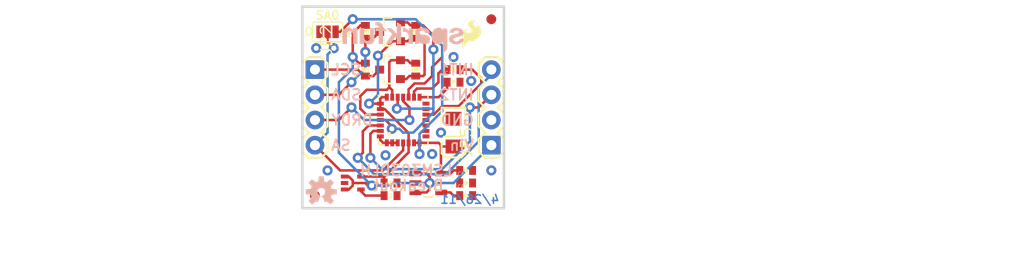
<source format=kicad_pcb>
(kicad_pcb (version 20211014) (generator pcbnew)
  (layers (0 "F.Cu" signal) (31 "B.Cu" signal) (34 "B.Paste" user) (35 "F.Paste" user) (36 "B.SilkS" user "B.Silkscreen") (37 "F.SilkS" user "F.Silkscreen") (38 "B.Mask" user) (39 "F.Mask" user) (44 "Edge.Cuts" user))
  (net 0 "")
  (net 1 "3.3V")
  (net 2 "1.8V")
  (net 3 "GND")
  (net 4 "N$10")
  (net 5 "N$11")
  (net 6 "N$12")
  (net 7 "SCL_M")
  (net 8 "SDA_M")
  (net 9 "INT2")
  (net 10 "INT1")
  (net 11 "N$6")
  (net 12 "N$7")
  (net 13 "DRDY")
  (net 14 "SA0")
  (net 15 "VCC")
  (net 16 "SCL")
  (net 17 "SDA")
  (footprint "boardEagle:SOT23-3" (layer "F.Cu") (at 147.2311 97.3836 90)
    (fp_text reference "Q2" (at -0.8255 -1.778 90) (layer "F.SilkS") (effects (font (size 0.373888 0.373888) (thickness 0.032512)) (justify left bottom)))
    (fp_text value "MOSFET-N-CH")
    (pad "1" smd rect (at -0.95 1 90) (size 0.8 0.9) (layers "F.Cu" "F.Paste" "F.Mask") (net 2 "1.8V"))
    (pad "2" smd rect (at 0.95 1 90) (size 0.8 0.9) (layers "F.Cu" "F.Paste" "F.Mask") (net 8 "SDA_M"))
    (pad "3" smd rect (at 0 -1.1 90) (size 0.8 0.9) (layers "F.Cu" "F.Paste" "F.Mask") (net 17 "SDA"))
  )
  (footprint "boardEagle:0402-CAP" (layer "F.Cu") (at 154.8511 111.3536)
    (fp_text reference "C2" (at -0.889 -0.6985) (layer "F.SilkS") (effects (font (size 0.373888 0.373888) (thickness 0.032512)) (justify left bottom)))
    (fp_text value "0.1uF")
    (pad "1" smd rect (at -0.65 0) (size 0.7 0.9) (layers "F.Cu" "F.Paste" "F.Mask") (net 1 "3.3V"))
    (pad "2" smd rect (at 0.65 0) (size 0.7 0.9) (layers "F.Cu" "F.Paste" "F.Mask") (net 3 "GND"))
  )
  (footprint "boardEagle:EIA3216" (layer "F.Cu") (at 153.5811 107.5436 -90)
    (fp_text reference "C1" (at -2.54 -1.381 -90) (layer "F.SilkS") (effects (font (size 0.373888 0.373888) (thickness 0.032512)) (justify left bottom)))
    (fp_text value "10uF")
    (pad "A" smd rect (at 1.4 0) (size 1.6 1.4) (layers "F.Cu" "F.Paste" "F.Mask") (net 1 "3.3V"))
    (pad "C" smd rect (at -1.4 0) (size 1.6 1.4) (layers "F.Cu" "F.Paste" "F.Mask") (net 3 "GND"))
  )
  (footprint "boardEagle:0402-RES" (layer "F.Cu") (at 144.6911 97.3836 90)
    (fp_text reference "R4" (at -0.889 -0.6985 90) (layer "F.SilkS") (effects (font (size 0.373888 0.373888) (thickness 0.032512)) (justify left bottom)))
    (fp_text value "4.7k")
    (pad "1" smd rect (at -0.65 0 90) (size 0.7 0.9) (layers "F.Cu" "F.Paste" "F.Mask") (net 17 "SDA"))
    (pad "2" smd rect (at 0.65 0 90) (size 0.7 0.9) (layers "F.Cu" "F.Paste" "F.Mask") (net 15 "VCC"))
  )
  (footprint "boardEagle:SOT23-5" (layer "F.Cu") (at 151.0411 112.6236 -90)
    (fp_text reference "U3" (at -0.889 -2.159 -90) (layer "F.SilkS") (effects (font (size 0.373888 0.373888) (thickness 0.032512)) (justify left bottom)))
    (fp_text value "3.3V")
    (pad "1" smd rect (at -0.95 1.3001 270) (size 0.55 1.2) (layers "F.Cu" "F.Paste" "F.Mask") (net 15 "VCC"))
    (pad "2" smd rect (at 0 1.3001 270) (size 0.55 1.2) (layers "F.Cu" "F.Paste" "F.Mask") (net 3 "GND"))
    (pad "3" smd rect (at 0.95 1.3001 270) (size 0.55 1.2) (layers "F.Cu" "F.Paste" "F.Mask") (net 15 "VCC"))
    (pad "4" smd rect (at 0.95 -1.3001 270) (size 0.55 1.2) (layers "F.Cu" "F.Paste" "F.Mask") (net 12 "N$7"))
    (pad "5" smd rect (at -0.95 -1.3001 270) (size 0.55 1.2) (layers "F.Cu" "F.Paste" "F.Mask") (net 1 "3.3V"))
  )
  (footprint "boardEagle:FIDUCIAL-1X2" (layer "F.Cu") (at 139.6111 113.8936)
    (fp_text reference "JP3" hide)
    (fp_text value "FIDUCIAL1X2" hide)
    (pad "1" smd roundrect (at 0 0) (size 1 1) (layers "F.Cu" "F.Mask") (roundrect_rratio 0.5))
  )
  (footprint "boardEagle:0402-CAP" (layer "F.Cu") (at 153.5811 102.4636)
    (fp_text reference "C4" (at -0.889 -0.6985) (layer "F.SilkS") (effects (font (size 0.373888 0.373888) (thickness 0.032512)) (justify left bottom)))
    (fp_text value "4.7uF")
    (pad "1" smd rect (at -0.65 0) (size 0.7 0.9) (layers "F.Cu" "F.Paste" "F.Mask") (net 6 "N$12"))
    (pad "2" smd rect (at 0.65 0) (size 0.7 0.9) (layers "F.Cu" "F.Paste" "F.Mask") (net 3 "GND"))
  )
  (footprint "boardEagle:0402-CAP" (layer "F.Cu") (at 147.2311 112.6236)
    (fp_text reference "C5" (at -0.889 -0.6985) (layer "F.SilkS") (effects (font (size 0.373888 0.373888) (thickness 0.032512)) (justify left bottom)))
    (fp_text value "2.2uF")
    (pad "1" smd rect (at -0.65 0) (size 0.7 0.9) (layers "F.Cu" "F.Paste" "F.Mask") (net 2 "1.8V"))
    (pad "2" smd rect (at 0.65 0) (size 0.7 0.9) (layers "F.Cu" "F.Paste" "F.Mask") (net 3 "GND"))
  )
  (footprint "boardEagle:SC70" (layer "F.Cu") (at 143.4211 112.6236 -90)
    (fp_text reference "U2" (at -0.889 -1.524 -90) (layer "F.SilkS") (effects (font (size 0.373888 0.373888) (thickness 0.032512)) (justify left bottom)))
    (fp_text value "1.8V")
    (pad "1" smd rect (at -0.65 0.825 270) (size 0.4 0.75) (layers "F.Cu" "F.Mask") (net 15 "VCC"))
    (pad "2" smd rect (at 0 0.825 270) (size 0.4 0.75) (layers "F.Cu" "F.Mask") (net 3 "GND"))
    (pad "3" smd rect (at 0.65 0.825 270) (size 0.4 0.75) (layers "F.Cu" "F.Mask") (net 15 "VCC"))
    (pad "4" smd rect (at 0.65 -0.825 270) (size 0.4 0.75) (layers "F.Cu" "F.Mask") (net 11 "N$6"))
    (pad "5" smd rect (at -0.65 -0.825 270) (size 0.4 0.75) (layers "F.Cu" "F.Mask") (net 2 "1.8V"))
  )
  (footprint "boardEagle:0402-CAP" (layer "F.Cu") (at 153.5811 101.1936)
    (fp_text reference "C3" (at -0.889 -0.6985) (layer "F.SilkS") (effects (font (size 0.373888 0.373888) (thickness 0.032512)) (justify left bottom)))
    (fp_text value "0.22uF")
    (pad "1" smd rect (at -0.65 0) (size 0.7 0.9) (layers "F.Cu" "F.Paste" "F.Mask") (net 4 "N$10"))
    (pad "2" smd rect (at 0.65 0) (size 0.7 0.9) (layers "F.Cu" "F.Paste" "F.Mask") (net 5 "N$11"))
  )
  (footprint "boardEagle:0402-RES" (layer "F.Cu") (at 149.7711 97.3836 -90)
    (fp_text reference "R2" (at -0.889 -0.6985 -90) (layer "F.SilkS") (effects (font (size 0.373888 0.373888) (thickness 0.032512)) (justify left bottom)))
    (fp_text value "4.7k")
    (pad "1" smd rect (at -0.65 0 270) (size 0.7 0.9) (layers "F.Cu" "F.Paste" "F.Mask") (net 8 "SDA_M"))
    (pad "2" smd rect (at 0.65 0 270) (size 0.7 0.9) (layers "F.Cu" "F.Paste" "F.Mask") (net 2 "1.8V"))
  )
  (footprint "boardEagle:0402-RES" (layer "F.Cu") (at 144.6911 101.1936 90)
    (fp_text reference "R3" (at -0.889 -0.6985 90) (layer "F.SilkS") (effects (font (size 0.373888 0.373888) (thickness 0.032512)) (justify left bottom)))
    (fp_text value "4.7k")
    (pad "1" smd rect (at -0.65 0 90) (size 0.7 0.9) (layers "F.Cu" "F.Paste" "F.Mask") (net 16 "SCL"))
    (pad "2" smd rect (at 0.65 0 90) (size 0.7 0.9) (layers "F.Cu" "F.Paste" "F.Mask") (net 15 "VCC"))
  )
  (footprint "boardEagle:0402-CAP" (layer "F.Cu") (at 147.2311 113.8936)
    (fp_text reference "C7" (at -0.889 -0.6985) (layer "F.SilkS") (effects (font (size 0.373888 0.373888) (thickness 0.032512)) (justify left bottom)))
    (fp_text value "470pF")
    (pad "1" smd rect (at -0.65 0) (size 0.7 0.9) (layers "F.Cu" "F.Paste" "F.Mask") (net 11 "N$6"))
    (pad "2" smd rect (at 0.65 0) (size 0.7 0.9) (layers "F.Cu" "F.Paste" "F.Mask") (net 3 "GND"))
  )
  (footprint "boardEagle:SJ_3_PASTE2&3" (layer "F.Cu") (at 140.8811 97.3836 180)
    (fp_text reference "SJ1" (at -1.27 -1.27 180) (layer "F.SilkS") (effects (font (size 0.373888 0.373888) (thickness 0.032512)) (justify right top)))
    (fp_text value "")
    (pad "1" smd rect (at -0.8128 0 180) (size 0.635 1.27) (layers "F.Cu" "F.Mask") (net 1 "3.3V"))
    (pad "2" smd rect (at 0 0 180) (size 0.635 1.27) (layers "F.Cu" "F.Mask") (net 14 "SA0"))
    (pad "3" smd rect (at 0.8128 0 180) (size 0.635 1.27) (layers "F.Cu" "F.Mask") (net 3 "GND"))
  )
  (footprint "boardEagle:CREATIVE_COMMONS" (layer "F.Cu") (at 128.1811 120.2436)
    (fp_text reference "U$5" hide)
    (fp_text value "CREATIVE_COMMONS" hide)
  )
  (footprint "boardEagle:SFE-LOGO-FLAME" (layer "F.Cu") (at 154.4701 99.0346)
    (fp_text reference "JP6" hide)
    (fp_text value "LOGO-SFESK" hide)
  )
  (footprint "boardEagle:FIDUCIAL-1X2" (layer "F.Cu") (at 157.3911 96.1136)
    (fp_text reference "JP4" hide)
    (fp_text value "FIDUCIAL1X2" hide)
    (pad "1" smd roundrect (at 0 0) (size 1 1) (layers "F.Cu" "F.Mask") (roundrect_rratio 0.5))
  )
  (footprint "boardEagle:1X04" (layer "F.Cu") (at 157.3911 108.8136 90)
    (fp_text reference "JP5" (at -1.3462 -1.8288 90) (layer "F.SilkS") (effects (font (size 1.143 1.143) (thickness 0.127)) (justify left bottom)))
    (fp_text value "")
    (pad "1" thru_hole rect (at 0 0 180) (size 1.8796 1.8796) (drill 1.016) (layers *.Cu *.Mask) (net 15 "VCC"))
    (pad "2" thru_hole circle (at 2.54 0 180) (size 1.8796 1.8796) (drill 1.016) (layers *.Cu *.Mask) (net 3 "GND"))
    (pad "3" thru_hole circle (at 5.08 0 180) (size 1.8796 1.8796) (drill 1.016) (layers *.Cu *.Mask) (net 9 "INT2"))
    (pad "4" thru_hole circle (at 7.62 0 180) (size 1.8796 1.8796) (drill 1.016) (layers *.Cu *.Mask) (net 10 "INT1"))
  )
  (footprint "boardEagle:1X04" (layer "F.Cu") (at 139.6111 101.1936 -90)
    (fp_text reference "JP2" (at -1.3462 -1.8288 -90) (layer "F.SilkS") (effects (font (size 1.143 1.143) (thickness 0.127)) (justify left bottom)))
    (fp_text value "")
    (pad "1" thru_hole rect (at 0 0) (size 1.8796 1.8796) (drill 1.016) (layers *.Cu *.Mask) (net 16 "SCL"))
    (pad "2" thru_hole circle (at 2.54 0) (size 1.8796 1.8796) (drill 1.016) (layers *.Cu *.Mask) (net 17 "SDA"))
    (pad "3" thru_hole circle (at 5.08 0) (size 1.8796 1.8796) (drill 1.016) (layers *.Cu *.Mask) (net 13 "DRDY"))
    (pad "4" thru_hole circle (at 7.62 0) (size 1.8796 1.8796) (drill 1.016) (layers *.Cu *.Mask) (net 14 "SA0"))
  )
  (footprint "boardEagle:0402-CAP" (layer "F.Cu") (at 154.8511 112.6236)
    (fp_text reference "C6" (at -0.889 -0.6985) (layer "F.SilkS") (effects (font (size 0.373888 0.373888) (thickness 0.032512)) (justify left bottom)))
    (fp_text value "2.2uF")
    (pad "1" smd rect (at -0.65 0) (size 0.7 0.9) (layers "F.Cu" "F.Paste" "F.Mask") (net 1 "3.3V"))
    (pad "2" smd rect (at 0.65 0) (size 0.7 0.9) (layers "F.Cu" "F.Paste" "F.Mask") (net 3 "GND"))
  )
  (footprint "boardEagle:LGA28-5X5" (layer "F.Cu") (at 148.5011 106.2736 90)
    (fp_text reference "U1" hide)
    (fp_text value "LSM303DLHSMD" hide)
    (pad "1" smd rect (at -2.3 -1.65 90) (size 0.7 0.4) (layers "F.Cu" "F.Paste" "F.Mask") (net 3 "GND"))
    (pad "2" smd rect (at -2.3 -1.1 270) (size 0.7 0.4) (layers "F.Cu" "F.Paste" "F.Mask") (net 3 "GND"))
    (pad "3" smd rect (at -2.3 -0.55 90) (size 0.7 0.4) (layers "F.Cu" "F.Paste" "F.Mask") (net 3 "GND"))
    (pad "4" smd rect (at -2.3 0 90) (size 0.7 0.4) (layers "F.Cu" "F.Paste" "F.Mask") (net 14 "SA0"))
    (pad "5" smd rect (at -2.3 0.55 90) (size 0.7 0.4) (layers "F.Cu" "F.Paste" "F.Mask") (net 2 "1.8V"))
    (pad "6" smd rect (at -2.3 1.1 90) (size 0.7 0.4) (layers "F.Cu" "F.Paste" "F.Mask") (net 1 "3.3V"))
    (pad "7" smd rect (at -2.3 1.65 90) (size 0.7 0.4) (layers "F.Cu" "F.Paste" "F.Mask") (net 1 "3.3V"))
    (pad "8" smd rect (at -1.65 2.3 180) (size 0.7 0.4) (layers "F.Cu" "F.Paste" "F.Mask"))
    (pad "9" smd rect (at -1.1 2.3) (size 0.7 0.4) (layers "F.Cu" "F.Paste" "F.Mask"))
    (pad "10" smd rect (at -0.55 2.3 180) (size 0.7 0.4) (layers "F.Cu" "F.Paste" "F.Mask"))
    (pad "11" smd rect (at 0 2.3 180) (size 0.7 0.4) (layers "F.Cu" "F.Paste" "F.Mask"))
    (pad "12" smd rect (at 0.55 2.3 180) (size 0.7 0.4) (layers "F.Cu" "F.Paste" "F.Mask") (net 5 "N$11"))
    (pad "13" smd rect (at 1.1 2.3 180) (size 0.7 0.4) (layers "F.Cu" "F.Paste" "F.Mask"))
    (pad "14" smd rect (at 1.65 2.3 180) (size 0.7 0.4) (layers "F.Cu" "F.Paste" "F.Mask"))
    (pad "15" smd rect (at 2.3 1.65 270) (size 0.7 0.4) (layers "F.Cu" "F.Paste" "F.Mask") (net 6 "N$12"))
    (pad "16" smd rect (at 2.3 1.1 90) (size 0.7 0.4) (layers "F.Cu" "F.Paste" "F.Mask") (net 4 "N$10"))
    (pad "17" smd rect (at 2.3 0.55 270) (size 0.7 0.4) (layers "F.Cu" "F.Paste" "F.Mask") (net 3 "GND"))
    (pad "18" smd rect (at 2.3 0 270) (size 0.7 0.4) (layers "F.Cu" "F.Paste" "F.Mask") (net 13 "DRDY"))
    (pad "19" smd rect (at 2.3 -0.55 270) (size 0.7 0.4) (layers "F.Cu" "F.Paste" "F.Mask") (net 8 "SDA_M"))
    (pad "20" smd rect (at 2.3 -1.1 270) (size 0.7 0.4) (layers "F.Cu" "F.Paste" "F.Mask") (net 7 "SCL_M"))
    (pad "21" smd rect (at 2.3 -1.65 270) (size 0.7 0.4) (layers "F.Cu" "F.Paste" "F.Mask") (net 2 "1.8V"))
    (pad "22" smd rect (at 1.65 -2.3) (size 0.7 0.4) (layers "F.Cu" "F.Paste" "F.Mask") (net 2 "1.8V"))
    (pad "23" smd rect (at 1.1 -2.3 180) (size 0.7 0.4) (layers "F.Cu" "F.Paste" "F.Mask") (net 2 "1.8V"))
    (pad "24" smd rect (at 0.55 -2.3) (size 0.7 0.4) (layers "F.Cu" "F.Paste" "F.Mask") (net 7 "SCL_M"))
    (pad "25" smd rect (at 0 -2.3) (size 0.7 0.4) (layers "F.Cu" "F.Paste" "F.Mask") (net 8 "SDA_M"))
    (pad "26" smd rect (at -0.55 -2.3) (size 0.7 0.4) (layers "F.Cu" "F.Paste" "F.Mask") (net 10 "INT1"))
    (pad "27" smd rect (at -1.1 -2.3) (size 0.7 0.4) (layers "F.Cu" "F.Paste" "F.Mask") (net 9 "INT2"))
    (pad "28" smd rect (at -1.65 -2.3) (size 0.7 0.4) (layers "F.Cu" "F.Paste" "F.Mask") (net 3 "GND"))
  )
  (footprint "boardEagle:SOT23-3" (layer "F.Cu") (at 147.2311 101.1936 90)
    (fp_text reference "Q1" (at -0.8255 -1.778 90) (layer "F.SilkS") (effects (font (size 0.373888 0.373888) (thickness 0.032512)) (justify left bottom)))
    (fp_text value "MOSFET-N-CH")
    (pad "1" smd rect (at -0.95 1 90) (size 0.8 0.9) (layers "F.Cu" "F.Paste" "F.Mask") (net 2 "1.8V"))
    (pad "2" smd rect (at 0.95 1 90) (size 0.8 0.9) (layers "F.Cu" "F.Paste" "F.Mask") (net 7 "SCL_M"))
    (pad "3" smd rect (at 0 -1.1 90) (size 0.8 0.9) (layers "F.Cu" "F.Paste" "F.Mask") (net 16 "SCL"))
  )
  (footprint "boardEagle:0402-RES" (layer "F.Cu") (at 149.7711 101.1936 -90)
    (fp_text reference "R1" (at -0.889 -0.6985 -90) (layer "F.SilkS") (effects (font (size 0.373888 0.373888) (thickness 0.032512)) (justify left bottom)))
    (fp_text value "4.7k")
    (pad "1" smd rect (at -0.65 0 270) (size 0.7 0.9) (layers "F.Cu" "F.Paste" "F.Mask") (net 7 "SCL_M"))
    (pad "2" smd rect (at 0.65 0 270) (size 0.7 0.9) (layers "F.Cu" "F.Paste" "F.Mask") (net 2 "1.8V"))
  )
  (footprint "boardEagle:0402-CAP" (layer "F.Cu") (at 154.8511 113.8936)
    (fp_text reference "C8" (at -0.889 -0.6985) (layer "F.SilkS") (effects (font (size 0.373888 0.373888) (thickness 0.032512)) (justify left bottom)))
    (fp_text value "470pF")
    (pad "1" smd rect (at -0.65 0) (size 0.7 0.9) (layers "F.Cu" "F.Paste" "F.Mask") (net 12 "N$7"))
    (pad "2" smd rect (at 0.65 0) (size 0.7 0.9) (layers "F.Cu" "F.Paste" "F.Mask") (net 3 "GND"))
  )
  (footprint "boardEagle:OSHW-LOGO-S" (layer "B.Cu") (at 140.2461 113.5126 180)
    (fp_text reference "U$8" hide)
    (fp_text value "OSHW-LOGOS" hide)
  )
  (footprint "boardEagle:SFE-NEW-WEB" (layer "B.Cu") (at 154.5971 99.5426 180)
    (fp_text reference "JP1" hide)
    (fp_text value "LOGO-SFENW2" hide)
  )
  (gr_line (start 138.3411 115.1636) (end 138.3411 94.8436) (layer "Edge.Cuts") (width 0.254))
  (gr_line (start 158.6611 94.8436) (end 158.6611 115.1636) (layer "Edge.Cuts") (width 0.254))
  (gr_line (start 138.3411 94.8436) (end 158.6611 94.8436) (layer "Edge.Cuts") (width 0.254))
  (gr_line (start 158.6611 115.1636) (end 138.3411 115.1636) (layer "Edge.Cuts") (width 0.254))
  (gr_text "4/28/11" (at 158.2801 114.7826) (layer "B.Cu") (effects (font (size 0.8636 0.8636) (thickness 0.1524)) (justify left bottom mirror)))
  (gr_text "INT1" (at 155.7401 101.8286) (layer "B.SilkS") (effects (font (size 1.0795 1.0795) (thickness 0.1905)) (justify left bottom mirror)))
  (gr_text "GND" (at 155.7401 106.9086) (layer "B.SilkS") (effects (font (size 1.0795 1.0795) (thickness 0.1905)) (justify left bottom mirror)))
  (gr_text "SA" (at 141.1351 108.1786) (layer "B.SilkS") (effects (font (size 1.0795 1.0795) (thickness 0.1905)) (justify right top mirror)))
  (gr_text "SCL" (at 141.1351 100.5586) (layer "B.SilkS") (effects (font (size 1.0795 1.0795) (thickness 0.1905)) (justify right top mirror)))
  (gr_text "DRDY" (at 141.1351 105.6386) (layer "B.SilkS") (effects (font (size 1.0795 1.0795) (thickness 0.1905)) (justify right top mirror)))
  (gr_text "SDA" (at 141.1351 103.0986) (layer "B.SilkS") (effects (font (size 1.0795 1.0795) (thickness 0.1905)) (justify right top mirror)))
  (gr_text "Vin" (at 155.7401 109.4486) (layer "B.SilkS") (effects (font (size 1.0795 1.0795) (thickness 0.1905)) (justify left bottom mirror)))
  (gr_text "LSM303DLH" (at 153.5811 111.9886) (layer "B.SilkS") (effects (font (size 1.0795 1.0795) (thickness 0.1905)) (justify left bottom mirror)))
  (gr_text "Breakout" (at 152.6921 113.5126) (layer "B.SilkS") (effects (font (size 1.0795 1.0795) (thickness 0.1905)) (justify left bottom mirror)))
  (gr_text "INT2" (at 155.7401 104.3686) (layer "B.SilkS") (effects (font (size 1.0795 1.0795) (thickness 0.1905)) (justify left bottom mirror)))
  (gr_text "SA0" (at 139.5857 96.2152) (layer "F.SilkS") (effects (font (size 0.8636 0.8636) (thickness 0.1524)) (justify left bottom)))
  (gr_text "0" (at 138.4681 97.8916) (layer "F.SilkS") (effects (font (size 0.8636 0.8636) (thickness 0.1524)) (justify left bottom)))
  (gr_text "1" (at 142.5321 97.8916) (layer "F.SilkS") (effects (font (size 0.8636 0.8636) (thickness 0.1524)) (justify left bottom)))
  (segment (start 150.1521 108.5746) (end 150.1521 109.7026) (width 0.254) (layer "F.Cu") (net 1))
  (segment (start 152.0711 108.5736) (end 150.1511 108.5736) (width 0.254) (layer "F.Cu") (net 1))
  (segment (start 152.3111 111.3536) (end 152.3111 108.9406) (width 0.254) (layer "F.Cu") (net 1))
  (segment (start 152.6311 111.6736) (end 153.2611 111.6736) (width 0.254) (layer "F.Cu") (net 1))
  (segment (start 150.1511 108.5736) (end 149.6011 108.5736) (width 0.254) (layer "F.Cu") (net 1))
  (segment (start 152.3111 108.9406) (end 152.3111 108.8136) (width 0.254) (layer "F.Cu") (net 1))
  (segment (start 142.1511 97.3836) (end 141.6939 97.3836) (width 0.254) (layer "F.Cu") (net 1))
  (segment (start 143.4211 96.1136) (end 142.1511 97.3836) (width 0.254) (layer "F.Cu") (net 1))
  (segment (start 143.4211 96.1136) (end 143.1671 96.3676) (width 0.254) (layer "F.Cu") (net 1))
  (segment (start 152.3111 108.8136) (end 152.0711 108.5736) (width 0.254) (layer "F.Cu") (net 1))
  (segment (start 152.3111 108.9406) (end 152.3141 108.9436) (width 0.254) (layer "F.Cu") (net 1))
  (segment (start 153.2611 111.6736) (end 153.5811 111.3536) (width 0.254) (layer "F.Cu") (net 1))
  (segment (start 150.1511 108.5736) (end 150.1521 108.5746) (width 0.254) (layer "F.Cu") (net 1))
  (segment (start 152.3141 108.9436) (end 153.5811 108.9436) (width 0.254) (layer "F.Cu") (net 1))
  (segment (start 154.2011 111.3536) (end 154.2011 112.6236) (width 0.254) (layer "F.Cu") (net 1))
  (segment (start 152.3412 111.6736) (end 152.6311 111.6736) (width 0.254) (layer "F.Cu") (net 1))
  (segment (start 152.6311 111.6736) (end 152.3111 111.3536) (width 0.254) (layer "F.Cu") (net 1))
  (segment (start 153.5811 111.3536) (end 154.2011 111.3536) (width 0.254) (layer "F.Cu") (net 1))
  (via (at 143.4211 96.1136) (size 1.016) (drill 0.508) (layers "F.Cu" "B.Cu") (net 1))
  (via (at 150.1521 109.7026) (size 1.016) (drill 0.508) (layers "F.Cu" "B.Cu") (net 1))
  (segment (start 150.1521 107.6706) (end 152.4381 105.3846) (width 0.254) (layer "B.Cu") (net 1))
  (segment (start 152.4381 105.3846) (end 152.4381 98.7806) (width 0.254) (layer "B.Cu") (net 1))
  (segment (start 149.7711 96.1136) (end 143.4211 96.1136) (width 0.254) (layer "B.Cu") (net 1))
  (segment (start 152.4381 98.7806) (end 149.7711 96.1136) (width 0.254) (layer "B.Cu") (net 1))
  (segment (start 150.1521 109.7026) (end 150.1521 107.6706) (width 0.254) (layer "B.Cu") (net 1))
  (segment (start 150.4211 98.0336) (end 150.6601 98.2726) (width 0.254) (layer "F.Cu") (net 2))
  (segment (start 149.0511 107.5856) (end 146.6391 105.1736) (width 0.254) (layer "F.Cu") (net 2))
  (segment (start 146.5811 112.0036) (end 146.5811 112.6236) (width 0.254) (layer "F.Cu") (net 2))
  (segment (start 146.2011 104.1286) (end 146.3561 103.9736) (width 0.254) (layer "F.Cu") (net 2))
  (segment (start 149.2481 98.0336) (end 149.7711 98.0336) (width 0.254) (layer "F.Cu") (net 2))
  (segment (start 146.6111 111.9736) (end 146.5811 112.0036) (width 0.254) (layer "F.Cu") (net 2))
  (segment (start 147.4241 98.3336) (end 148.2311 98.3336) (width 0.254) (layer "F.Cu") (net 2))
  (segment (start 148.9481 98.3336) (end 149.2481 98.0336) (width 0.254) (layer "F.Cu") (net 2))
  (segment (start 145.9611 99.7966) (end 147.4241 98.3336) (width 0.254) (layer "F.Cu") (net 2))
  (segment (start 146.3561 103.9736) (end 146.8511 103.9736) (width 0.254) (layer "F.Cu") (net 2))
  (segment (start 149.0511 109.5336) (end 149.0511 108.5736) (width 0.254) (layer "F.Cu") (net 2))
  (segment (start 146.2011 104.6236) (end 146.2001 104.6226) (width 0.254) (layer "F.Cu") (net 2))
  (segment (start 146.6391 105.1736) (end 146.2011 105.1736) (width 0.254) (layer "F.Cu") (net 2))
  (segment (start 148.8211 102.1436) (end 148.2311 102.1436) (width 0.254) (layer "F.Cu") (net 2))
  (segment (start 150.6601 101.7016) (end 150.5181 101.8436) (width 0.254) (layer "F.Cu") (net 2))
  (segment (start 148.2311 98.3336) (end 148.9481 98.3336) (width 0.254) (layer "F.Cu") (net 2))
  (segment (start 146.2011 104.6236) (end 146.2011 104.1286) (width 0.254) (layer "F.Cu") (net 2))
  (segment (start 150.6601 98.2726) (end 150.6601 101.7016) (width 0.254) (layer "F.Cu") (net 2))
  (segment (start 145.0731 104.6236) (end 145.0721 104.6226) (width 0.254) (layer "F.Cu") (net 2))
  (segment (start 149.1211 101.8436) (end 148.8211 102.1436) (width 0.254) (layer "F.Cu") (net 2))
  (segment (start 150.5181 101.8436) (end 149.7711 101.8436) (width 0.254) (layer "F.Cu") (net 2))
  (segment (start 149.7711 101.8436) (end 149.1211 101.8436) (width 0.254) (layer "F.Cu") (net 2))
  (segment (start 146.2011 105.1736) (end 146.2011 104.6236) (width 0.254) (layer "F.Cu") (net 2))
  (segment (start 144.2461 111.9736) (end 146.6111 111.9736) (width 0.254) (layer "F.Cu") (net 2))
  (segment (start 146.2011 104.6236) (end 145.0731 104.6236) (width 0.254) (layer "F.Cu") (net 2))
  (segment (start 149.0511 108.5736) (end 149.0511 107.5856) (width 0.254) (layer "F.Cu") (net 2))
  (segment (start 149.7711 98.0336) (end 150.4211 98.0336) (width 0.254) (layer "F.Cu") (net 2))
  (segment (start 146.6111 111.9736) (end 149.0511 109.5336) (width 0.254) (layer "F.Cu") (net 2))
  (via (at 145.9611 99.7966) (size 1.016) (drill 0.508) (layers "F.Cu" "B.Cu") (net 2))
  (via (at 145.0721 104.6226) (size 1.016) (drill 0.508) (layers "F.Cu" "B.Cu") (net 2))
  (segment (start 145.9611 103.7336) (end 145.9611 99.7966) (width 0.254) (layer "B.Cu") (net 2))
  (segment (start 145.0721 104.6226) (end 145.9611 103.7336) (width 0.254) (layer "B.Cu") (net 2))
  (segment (start 151.4221 100.9396) (end 152.4381 99.9236) (width 0.254) (layer "F.Cu") (net 3))
  (segment (start 149.0511 103.9736) (end 149.0511 103.1836) (width 0.254) (layer "F.Cu") (net 3))
  (segment (start 151.4221 101.8286) (end 151.4221 100.9396) (width 0.254) (layer "F.Cu") (net 3))
  (segment (start 147.4011 108.5736) (end 147.9511 108.5736) (width 0.254) (layer "F.Cu") (net 3))
  (segment (start 149.0511 103.1836) (end 149.6441 102.5906) (width 0.254) (layer "F.Cu") (net 3))
  (segment (start 149.6441 102.5906) (end 150.6601 102.5906) (width 0.254) (layer "F.Cu") (net 3))
  (segment (start 150.6601 102.5906) (end 151.4221 101.8286) (width 0.254) (layer "F.Cu") (net 3))
  (segment (start 146.4831 108.5736) (end 146.8511 108.5736) (width 0.254) (layer "F.Cu") (net 3))
  (segment (start 146.2011 107.9236) (end 146.2011 108.2916) (width 0.254) (layer "F.Cu") (net 3))
  (segment (start 146.2011 108.2916) (end 146.4831 108.5736) (width 0.254) (layer "F.Cu") (net 3))
  (segment (start 146.8511 108.5736) (end 147.4011 108.5736) (width 0.254) (layer "F.Cu") (net 3))
  (via (at 157.3911 111.3536) (size 1.016) (drill 0.508) (layers "F.Cu" "B.Cu") (net 3))
  (via (at 140.8811 111.3536) (size 1.016) (drill 0.508) (layers "F.Cu" "B.Cu") (net 3))
  (via (at 155.3591 102.3366) (size 1.016) (drill 0.508) (layers "F.Cu" "B.Cu") (net 3))
  (via (at 153.5811 99.9236) (size 1.016) (drill 0.508) (layers "F.Cu" "B.Cu") (net 3))
  (via (at 139.7381 99.0346) (size 1.016) (drill 0.508) (layers "F.Cu" "B.Cu") (net 3))
  (via (at 146.7231 109.8296) (size 1.016) (drill 0.508) (layers "F.Cu" "B.Cu") (net 3))
  (via (at 152.3111 107.5436) (size 1.016) (drill 0.508) (layers "F.Cu" "B.Cu") (net 3))
  (via (at 151.4221 109.7026) (size 1.016) (drill 0.508) (layers "F.Cu" "B.Cu") (net 3))
  (segment (start 151.4221 103.0986) (end 152.0571 102.4636) (width 0.254) (layer "F.Cu") (net 4))
  (segment (start 149.8981 103.0986) (end 151.4221 103.0986) (width 0.254) (layer "F.Cu") (net 4))
  (segment (start 152.4381 101.1936) (end 152.9311 101.1936) (width 0.254) (layer "F.Cu") (net 4))
  (segment (start 149.6011 103.3956) (end 149.8981 103.0986) (width 0.254) (layer "F.Cu") (net 4))
  (segment (start 152.0571 102.4636) (end 152.0571 101.5746) (width 0.254) (layer "F.Cu") (net 4))
  (segment (start 152.0571 101.5746) (end 152.4381 101.1936) (width 0.254) (layer "F.Cu") (net 4))
  (segment (start 149.6011 103.9736) (end 149.6011 103.3956) (width 0.254) (layer "F.Cu") (net 4))
  (segment (start 155.4861 101.1936) (end 154.2311 101.1936) (width 0.254) (layer "F.Cu") (net 5))
  (segment (start 150.8011 105.7236) (end 151.5911 105.7236) (width 0.254) (layer "F.Cu") (net 5))
  (segment (start 154.0891 104.8766) (end 156.3751 102.5906) (width 0.254) (layer "F.Cu") (net 5))
  (segment (start 156.3751 102.0826) (end 155.4861 101.1936) (width 0.254) (layer "F.Cu") (net 5))
  (segment (start 156.3751 102.5906) (end 156.3751 102.0826) (width 0.254) (layer "F.Cu") (net 5))
  (segment (start 151.5911 105.7236) (end 152.4381 104.8766) (width 0.254) (layer "F.Cu") (net 5))
  (segment (start 152.4381 104.8766) (end 154.0891 104.8766) (width 0.254) (layer "F.Cu") (net 5))
  (segment (start 150.1511 103.9736) (end 152.0711 103.9736) (width 0.254) (layer "F.Cu") (net 6))
  (segment (start 152.9311 103.1136) (end 152.9311 102.4636) (width 0.254) (layer "F.Cu") (net 6))
  (segment (start 152.0711 103.9736) (end 152.9311 103.1136) (width 0.254) (layer "F.Cu") (net 6))
  (segment (start 144.8181 103.2256) (end 146.8501 103.2256) (width 0.254) (layer "F.Cu") (net 7))
  (segment (start 146.8501 103.2256) (end 147.1041 102.9716) (width 0.254) (layer "F.Cu") (net 7))
  (segment (start 147.2921 100.2436) (end 148.2311 100.2436) (width 0.254) (layer "F.Cu") (net 7))
  (segment (start 144.1831 103.8606) (end 144.8181 103.2256) (width 0.254) (layer "F.Cu") (net 7))
  (segment (start 144.7761 105.7236) (end 146.2011 105.7236) (width 0.254) (layer "F.Cu") (net 7))
  (segment (start 144.1831 105.1306) (end 144.1831 103.8606) (width 0.254) (layer "F.Cu") (net 7))
  (segment (start 148.2311 100.2436) (end 148.9481 100.2436) (width 0.254) (layer "F.Cu") (net 7))
  (segment (start 148.9481 100.2436) (end 149.2481 100.5436) (width 0.254) (layer "F.Cu") (net 7))
  (segment (start 147.1041 100.4316) (end 147.2921 100.2436) (width 0.254) (layer "F.Cu") (net 7))
  (segment (start 149.2481 100.5436) (end 149.7711 100.5436) (width 0.254) (layer "F.Cu") (net 7))
  (segment (start 147.4011 103.2686) (end 147.4011 103.9736) (width 0.254) (layer "F.Cu") (net 7))
  (segment (start 147.1041 102.9716) (end 147.1041 100.4316) (width 0.254) (layer "F.Cu") (net 7))
  (segment (start 144.7761 105.7236) (end 144.1831 105.1306) (width 0.254) (layer "F.Cu") (net 7))
  (segment (start 147.1041 102.9716) (end 147.4011 103.2686) (width 0.254) (layer "F.Cu") (net 7))
  (segment (start 147.8661 105.1306) (end 147.9511 105.0456) (width 0.254) (layer "F.Cu") (net 8))
  (segment (start 146.2011 106.2736) (end 146.7231 106.2736) (width 0.254) (layer "F.Cu") (net 8))
  (segment (start 148.9481 96.4336) (end 148.2311 96.4336) (width 0.254) (layer "F.Cu") (net 8))
  (segment (start 147.9511 105.0456) (end 147.9511 103.9736) (width 0.254) (layer "F.Cu") (net 8))
  (segment (start 146.7231 106.2736) (end 147.3581 106.9086) (width 0.254) (layer "F.Cu") (net 8))
  (segment (start 149.2481 96.7336) (end 148.9481 96.4336) (width 0.254) (layer "F.Cu") (net 8))
  (segment (start 149.7711 96.7336) (end 149.2481 96.7336) (width 0.254) (layer "F.Cu") (net 8))
  (segment (start 151.5491 99.1616) (end 151.5491 97.7646) (width 0.254) (layer "F.Cu") (net 8))
  (segment (start 151.5491 97.7646) (end 150.5181 96.7336) (width 0.254) (layer "F.Cu") (net 8))
  (segment (start 150.5181 96.7336) (end 149.7711 96.7336) (width 0.254) (layer "F.Cu") (net 8))
  (segment (start 147.3581 106.9086) (end 147.3581 107.1626) (width 0.254) (layer "F.Cu") (net 8))
  (via (at 151.5491 99.1616) (size 1.016) (drill 0.508) (layers "F.Cu" "B.Cu") (net 8))
  (via (at 147.3581 107.1626) (size 1.016) (drill 0.508) (layers "F.Cu" "B.Cu") (net 8))
  (via (at 147.8661 105.1306) (size 1.016) (drill 0.508) (layers "F.Cu" "B.Cu") (net 8))
  (segment (start 148.1201 107.1626) (end 148.5011 107.5436) (width 0.254) (layer "B.Cu") (net 8))
  (segment (start 148.5011 107.5436) (end 149.5171 107.5436) (width 0.254) (layer "B.Cu") (net 8))
  (segment (start 149.5171 107.5436) (end 151.5491 105.5116) (width 0.254) (layer "B.Cu") (net 8))
  (segment (start 147.3581 107.1626) (end 148.1201 107.1626) (width 0.254) (layer "B.Cu") (net 8))
  (segment (start 151.5491 105.1306) (end 151.5491 99.1616) (width 0.254) (layer "B.Cu") (net 8))
  (segment (start 151.5491 105.1306) (end 147.8661 105.1306) (width 0.254) (layer "B.Cu") (net 8))
  (segment (start 151.5491 105.5116) (end 151.5491 105.1306) (width 0.254) (layer "B.Cu") (net 8))
  (segment (start 145.1991 110.0836) (end 145.1991 107.6706) (width 0.254) (layer "F.Cu") (net 9))
  (segment (start 156.1211 105.0036) (end 157.3911 103.7336) (width 0.254) (layer "F.Cu") (net 9))
  (segment (start 145.1991 107.6706) (end 145.4961 107.3736) (width 0.254) (layer "F.Cu") (net 9))
  (segment (start 145.4961 107.3736) (end 146.2011 107.3736) (width 0.254) (layer "F.Cu") (net 9))
  (segment (start 155.2321 105.0036) (end 156.1211 105.0036) (width 0.254) (layer "F.Cu") (net 9))
  (via (at 145.1991 110.0836) (size 1.016) (drill 0.508) (layers "F.Cu" "B.Cu") (net 9))
  (via (at 155.2321 105.0036) (size 1.016) (drill 0.508) (layers "F.Cu" "B.Cu") (net 9))
  (segment (start 145.1991 110.0836) (end 146.3421 111.2266) (width 0.254) (layer "B.Cu") (net 9))
  (segment (start 155.2321 108.4326) (end 155.2321 105.0036) (width 0.254) (layer "B.Cu") (net 9))
  (segment (start 146.3421 111.2266) (end 152.4381 111.2266) (width 0.254) (layer "B.Cu") (net 9))
  (segment (start 152.4381 111.2266) (end 155.2321 108.4326) (width 0.254) (layer "B.Cu") (net 9))
  (segment (start 145.0301 106.8236) (end 146.2011 106.8236) (width 0.254) (layer "F.Cu") (net 10))
  (segment (start 143.9291 110.0836) (end 144.4371 109.5756) (width 0.254) (layer "F.Cu") (net 10))
  (segment (start 144.4371 107.4166) (end 145.0301 106.8236) (width 0.254) (layer "F.Cu") (net 10))
  (segment (start 144.4371 109.5756) (end 144.4371 107.4166) (width 0.254) (layer "F.Cu") (net 10))
  (via (at 143.9291 110.0836) (size 1.016) (drill 0.508) (layers "F.Cu" "B.Cu") (net 10))
  (segment (start 145.5801 111.7346) (end 143.9291 110.0836) (width 0.254) (layer "B.Cu") (net 10))
  (segment (start 157.3911 101.7016) (end 157.3911 101.1936) (width 0.254) (layer "B.Cu") (net 10))
  (segment (start 156.1211 108.4326) (end 156.1211 102.9716) (width 0.254) (layer "B.Cu") (net 10))
  (segment (start 152.8191 111.7346) (end 156.1211 108.4326) (width 0.254) (layer "B.Cu") (net 10))
  (segment (start 156.1211 102.9716) (end 157.3911 101.7016) (width 0.254) (layer "B.Cu") (net 10))
  (segment (start 145.5801 111.7346) (end 152.8191 111.7346) (width 0.254) (layer "B.Cu") (net 10))
  (segment (start 144.6911 113.8936) (end 146.5811 113.8936) (width 0.254) (layer "F.Cu") (net 11))
  (segment (start 144.2461 113.4486) (end 144.6911 113.8936) (width 0.254) (layer "F.Cu") (net 11))
  (segment (start 144.2461 113.2736) (end 144.2461 113.4486) (width 0.254) (layer "F.Cu") (net 11))
  (segment (start 152.3412 113.5736) (end 153.2611 113.5736) (width 0.254) (layer "F.Cu") (net 12))
  (segment (start 153.2611 113.5736) (end 153.5811 113.8936) (width 0.254) (layer "F.Cu") (net 12))
  (segment (start 153.5811 113.8936) (end 154.2011 113.8936) (width 0.254) (layer "F.Cu") (net 12))
  (segment (start 139.6111 106.2736) (end 142.0241 106.2736) (width 0.254) (layer "F.Cu") (net 13))
  (segment (start 149.1361 105.0036) (end 148.5011 104.3686) (width 0.254) (layer "F.Cu") (net 13))
  (segment (start 148.5011 104.3686) (end 148.5011 103.9736) (width 0.254) (layer "F.Cu") (net 13))
  (segment (start 142.0241 106.2736) (end 143.2941 105.0036) (width 0.254) (layer "F.Cu") (net 13))
  (segment (start 149.1361 106.2736) (end 149.1361 105.0036) (width 0.254) (layer "F.Cu") (net 13))
  (via (at 143.2941 105.0036) (size 1.016) (drill 0.508) (layers "F.Cu" "B.Cu") (net 13))
  (via (at 149.1361 106.2736) (size 1.016) (drill 0.508) (layers "F.Cu" "B.Cu") (net 13))
  (segment (start 143.2941 105.0036) (end 144.5641 106.2736) (width 0.254) (layer "B.Cu") (net 13))
  (segment (start 144.5641 106.2736) (end 149.1361 106.2736) (width 0.254) (layer "B.Cu") (net 13))
  (segment (start 148.5011 109.3216) (end 148.5011 108.5736) (width 0.254) (layer "F.Cu") (net 14))
  (segment (start 139.6111 108.8136) (end 142.1511 111.3536) (width 0.254) (layer "F.Cu") (net 14))
  (segment (start 140.8811 98.3996) (end 140.8811 97.3836) (width 0.254) (layer "F.Cu") (net 14))
  (segment (start 142.1511 111.3536) (end 146.4691 111.3536) (width 0.254) (layer "F.Cu") (net 14))
  (segment (start 141.5161 99.0346) (end 140.8811 98.3996) (width 0.254) (layer "F.Cu") (net 14))
  (segment (start 146.4691 111.3536) (end 148.5011 109.3216) (width 0.254) (layer "F.Cu") (net 14))
  (via (at 141.5161 99.0346) (size 1.016) (drill 0.508) (layers "F.Cu" "B.Cu") (net 14))
  (segment (start 140.8811 99.6696) (end 141.5161 99.0346) (width 0.254) (layer "B.Cu") (net 14))
  (segment (start 140.8811 107.5436) (end 140.8811 99.6696) (width 0.254) (layer "B.Cu") (net 14))
  (segment (start 139.6111 108.8136) (end 140.8811 107.5436) (width 0.254) (layer "B.Cu") (net 14))
  (segment (start 151.1681 112.6236) (end 151.1681 111.9886) (width 0.254) (layer "F.Cu") (net 15))
  (segment (start 150.8531 111.6736) (end 149.741 111.6736) (width 0.254) (layer "F.Cu") (net 15))
  (segment (start 143.4211 99.9236) (end 143.4211 97.5106) (width 0.254) (layer "F.Cu") (net 15))
  (segment (start 144.0411 100.5436) (end 144.6911 100.5436) (width 0.254) (layer "F.Cu") (net 15))
  (segment (start 143.4211 97.5106) (end 144.1981 96.7336) (width 0.254) (layer "F.Cu") (net 15))
  (segment (start 142.5961 113.2736) (end 143.0251 113.2736) (width 0.254) (layer "F.Cu") (net 15))
  (segment (start 151.1681 112.6236) (end 151.1681 113.2586) (width 0.254) (layer "F.Cu") (net 15))
  (segment (start 143.4211 112.6236) (end 144.6911 112.6236) (width 0.254) (layer "F.Cu") (net 15))
  (segment (start 143.4211 112.6236) (end 143.4211 112.3696) (width 0.254) (layer "F.Cu") (net 15))
  (segment (start 143.4211 99.9236) (end 144.0411 100.5436) (width 0.254) (layer "F.Cu") (net 15))
  (segment (start 151.1681 113.2586) (end 150.8531 113.5736) (width 0.254) (layer "F.Cu") (net 15))
  (segment (start 143.0251 111.9736) (end 142.5961 111.9736) (width 0.254) (layer "F.Cu") (net 15))
  (segment (start 144.1981 96.7336) (end 144.6911 96.7336) (width 0.254) (layer "F.Cu") (net 15))
  (segment (start 144.9451 112.8776) (end 145.3261 112.8776) (width 0.254) (layer "F.Cu") (net 15))
  (segment (start 143.4211 112.3696) (end 143.0251 111.9736) (width 0.254) (layer "F.Cu") (net 15))
  (segment (start 144.6911 112.6236) (end 144.9451 112.8776) (width 0.254) (layer "F.Cu") (net 15))
  (segment (start 143.0251 113.2736) (end 143.4211 112.8776) (width 0.254) (layer "F.Cu") (net 15))
  (segment (start 151.1681 111.9886) (end 150.8531 111.6736) (width 0.254) (layer "F.Cu") (net 15))
  (segment (start 143.4211 112.8776) (end 143.4211 112.6236) (width 0.254) (layer "F.Cu") (net 15))
  (segment (start 150.8531 113.5736) (end 149.741 113.5736) (width 0.254) (layer "F.Cu") (net 15))
  (via (at 151.1681 112.6236) (size 1.016) (drill 0.508) (layers "F.Cu" "B.Cu") (net 15))
  (via (at 145.3261 112.8776) (size 1.016) (drill 0.508) (layers "F.Cu" "B.Cu") (net 15))
  (via (at 143.4211 99.9236) (size 1.016) (drill 0.508) (layers "F.Cu" "B.Cu") (net 15))
  (segment (start 142.0241 102.4636) (end 143.4211 101.0666) (width 0.254) (layer "B.Cu") (net 15))
  (segment (start 145.3261 112.8776) (end 142.0241 109.5756) (width 0.254) (layer "B.Cu") (net 15))
  (segment (start 146.9771 112.8776) (end 147.2311 112.6236) (width 0.254) (layer "B.Cu") (net 15))
  (segment (start 145.3261 112.8776) (end 146.9771 112.8776) (width 0.254) (layer "B.Cu") (net 15))
  (segment (start 153.5811 112.6236) (end 157.3911 108.8136) (width 0.254) (layer "B.Cu") (net 15))
  (segment (start 142.0241 109.5756) (end 142.0241 102.4636) (width 0.254) (layer "B.Cu") (net 15))
  (segment (start 143.4211 101.0666) (end 143.4211 99.9236) (width 0.254) (layer "B.Cu") (net 15))
  (segment (start 147.2311 112.6236) (end 151.1681 112.6236) (width 0.254) (layer "B.Cu") (net 15))
  (segment (start 151.1681 112.6236) (end 153.5811 112.6236) (width 0.254) (layer "B.Cu") (net 15))
  (segment (start 143.9291 101.1936) (end 144.5791 101.8436) (width 0.254) (layer "F.Cu") (net 16))
  (segment (start 144.6911 101.8436) (end 145.4811 101.8436) (width 0.254) (layer "F.Cu") (net 16))
  (segment (start 139.6111 101.1936) (end 143.9291 101.1936) (width 0.254) (layer "F.Cu") (net 16))
  (segment (start 145.4811 101.8436) (end 146.1311 101.1936) (width 0.254) (layer "F.Cu") (net 16))
  (segment (start 144.5791 101.8436) (end 144.6911 101.8436) (width 0.254) (layer "F.Cu") (net 16))
  (segment (start 145.4811 98.0336) (end 146.1311 97.3836) (width 0.254) (layer "F.Cu") (net 17))
  (segment (start 142.0241 103.7336) (end 143.2941 102.4636) (width 0.254) (layer "F.Cu") (net 17))
  (segment (start 144.6911 99.4156) (end 144.6911 98.0336) (width 0.254) (layer "F.Cu") (net 17))
  (segment (start 139.6111 103.7336) (end 142.0241 103.7336) (width 0.254) (layer "F.Cu") (net 17))
  (segment (start 144.6911 98.0336) (end 145.4811 98.0336) (width 0.254) (layer "F.Cu") (net 17))
  (via (at 143.2941 102.4636) (size 1.016) (drill 0.508) (layers "F.Cu" "B.Cu") (net 17))
  (via (at 144.6911 99.4156) (size 1.016) (drill 0.508) (layers "F.Cu" "B.Cu") (net 17))
  (segment (start 144.6911 101.0666) (end 144.6911 99.4156) (width 0.254) (layer "B.Cu") (net 17))
  (segment (start 143.2941 102.4636) (end 144.6911 101.0666) (width 0.254) (layer "B.Cu") (net 17))
)
</source>
